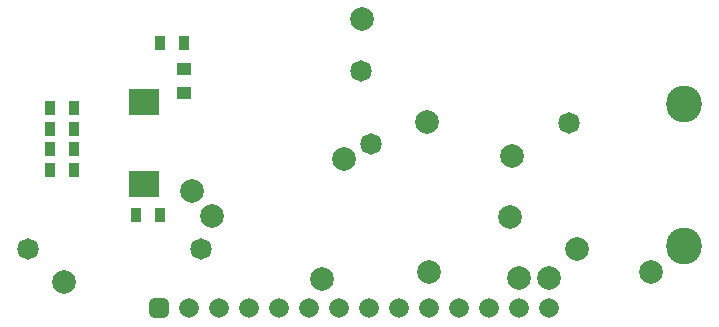
<source format=gbr>
%TF.GenerationSoftware,Altium Limited,Altium Designer,24.7.2 (38)*%
G04 Layer_Color=8388736*
%FSLAX43Y43*%
%MOMM*%
%TF.SameCoordinates,A6C98B59-F63B-4C8E-8392-574C2285590F*%
%TF.FilePolarity,Negative*%
%TF.FileFunction,Soldermask,Top*%
%TF.Part,Single*%
G01*
G75*
%TA.AperFunction,SMDPad,CuDef*%
%ADD14R,1.200X1.100*%
%ADD41R,0.830X1.280*%
%TA.AperFunction,ComponentPad*%
%ADD47C,2.003*%
%ADD48C,1.820*%
%ADD49O,3.020X3.120*%
%ADD50C,1.670*%
G04:AMPARAMS|DCode=51|XSize=1.67mm|YSize=1.67mm|CornerRadius=0.422mm|HoleSize=0mm|Usage=FLASHONLY|Rotation=180.000|XOffset=0mm|YOffset=0mm|HoleType=Round|Shape=RoundedRectangle|*
%AMROUNDEDRECTD51*
21,1,1.670,0.825,0,0,180.0*
21,1,0.825,1.670,0,0,180.0*
1,1,0.845,-0.413,0.413*
1,1,0.845,0.413,0.413*
1,1,0.845,0.413,-0.413*
1,1,0.845,-0.413,-0.413*
%
%ADD51ROUNDEDRECTD51*%
%TA.AperFunction,SMDPad,CuDef*%
%ADD55R,2.520X2.220*%
D14*
X15646Y24400D02*
D03*
Y22300D02*
D03*
D41*
X13570Y12049D02*
D03*
X11570D02*
D03*
X4302Y21063D02*
D03*
X6302D02*
D03*
X6302Y19305D02*
D03*
X4302D02*
D03*
X6302Y17561D02*
D03*
X4302D02*
D03*
X4300Y15807D02*
D03*
X6300D02*
D03*
X13620Y26575D02*
D03*
X15620D02*
D03*
D47*
X27301Y6575D02*
D03*
X30687Y28575D02*
D03*
X46510Y6691D02*
D03*
X5450Y6350D02*
D03*
X43421Y17035D02*
D03*
X55175Y7150D02*
D03*
X48939Y9100D02*
D03*
X36251Y19850D02*
D03*
X36350Y7150D02*
D03*
X18042Y11916D02*
D03*
X16308Y14050D02*
D03*
X29200Y16727D02*
D03*
X43275Y11829D02*
D03*
X44000Y6691D02*
D03*
D48*
X2426Y9150D02*
D03*
X31475Y18029D02*
D03*
X17061Y9150D02*
D03*
X48225Y19800D02*
D03*
X30625Y24175D02*
D03*
D49*
X58000Y9400D02*
D03*
Y21400D02*
D03*
D50*
X26190Y4120D02*
D03*
X23650D02*
D03*
X21110D02*
D03*
X16030D02*
D03*
X18570D02*
D03*
X28730D02*
D03*
X31270D02*
D03*
X33810D02*
D03*
X36350D02*
D03*
X38890D02*
D03*
X41430D02*
D03*
X43970D02*
D03*
X46510D02*
D03*
D51*
X13490D02*
D03*
D55*
X12220Y14650D02*
D03*
Y21550D02*
D03*
%TF.MD5,638173d19fd2ab3467c286f3ed744a7b*%
M02*

</source>
